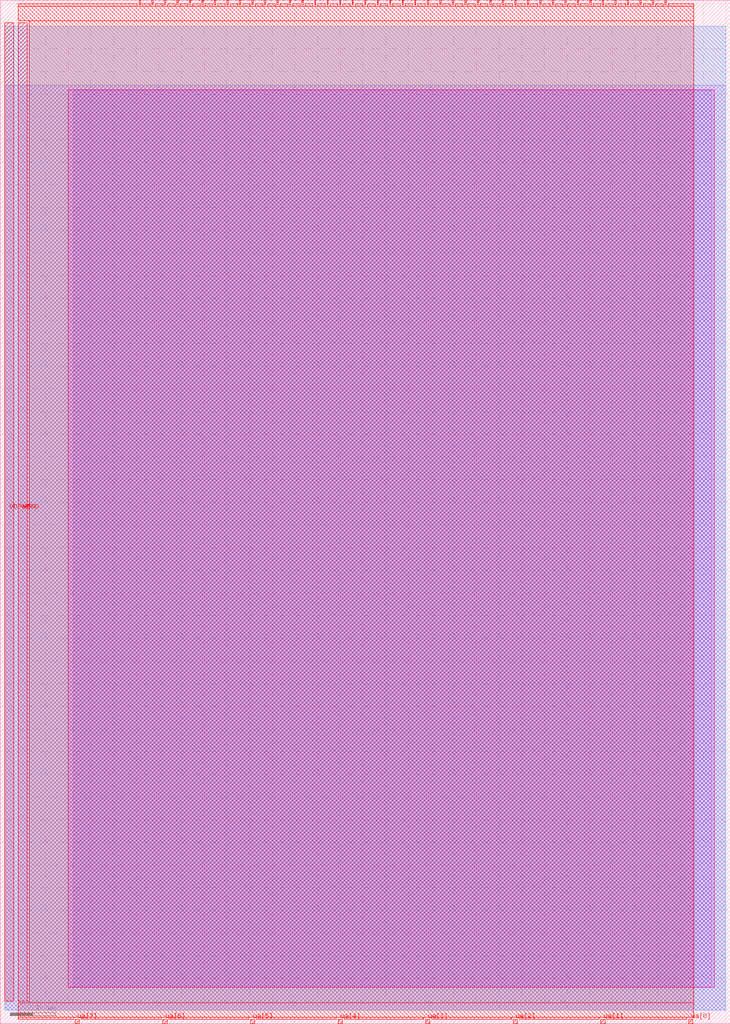
<source format=lef>
VERSION 5.7 ;
  NOWIREEXTENSIONATPIN ON ;
  DIVIDERCHAR "/" ;
  BUSBITCHARS "[]" ;
MACRO tt_um_yen
  CLASS BLOCK ;
  FOREIGN tt_um_yen ;
  ORIGIN 0.000 0.000 ;
  SIZE 161.000 BY 225.760 ;
  PIN clk
    DIRECTION INPUT ;
    USE SIGNAL ;
    PORT
      LAYER met4 ;
        RECT 143.830 224.760 144.130 225.760 ;
    END
  END clk
  PIN ena
    DIRECTION INPUT ;
    USE SIGNAL ;
    PORT
      LAYER met4 ;
        RECT 146.590 224.760 146.890 225.760 ;
    END
  END ena
  PIN rst_n
    DIRECTION INPUT ;
    USE SIGNAL ;
    PORT
      LAYER met4 ;
        RECT 141.070 224.760 141.370 225.760 ;
    END
  END rst_n
  PIN ua[0]
    DIRECTION INOUT ;
    USE SIGNAL ;
    ANTENNADIFFAREA 4.640000 ;
    PORT
      LAYER met4 ;
        RECT 151.810 0.000 152.710 1.000 ;
    END
  END ua[0]
  PIN ua[1]
    DIRECTION INOUT ;
    USE SIGNAL ;
    ANTENNAGATEAREA 12.000000 ;
    PORT
      LAYER met4 ;
        RECT 132.490 0.000 133.390 1.000 ;
    END
  END ua[1]
  PIN ua[2]
    DIRECTION INOUT ;
    USE SIGNAL ;
    PORT
      LAYER met4 ;
        RECT 113.170 0.000 114.070 1.000 ;
    END
  END ua[2]
  PIN ua[3]
    DIRECTION INOUT ;
    USE SIGNAL ;
    PORT
      LAYER met4 ;
        RECT 93.850 0.000 94.750 1.000 ;
    END
  END ua[3]
  PIN ua[4]
    DIRECTION INOUT ;
    USE SIGNAL ;
    PORT
      LAYER met4 ;
        RECT 74.530 0.000 75.430 1.000 ;
    END
  END ua[4]
  PIN ua[5]
    DIRECTION INOUT ;
    USE SIGNAL ;
    PORT
      LAYER met4 ;
        RECT 55.210 0.000 56.110 1.000 ;
    END
  END ua[5]
  PIN ua[6]
    DIRECTION INOUT ;
    USE SIGNAL ;
    PORT
      LAYER met4 ;
        RECT 35.890 0.000 36.790 1.000 ;
    END
  END ua[6]
  PIN ua[7]
    DIRECTION INOUT ;
    USE SIGNAL ;
    PORT
      LAYER met4 ;
        RECT 16.570 0.000 17.470 1.000 ;
    END
  END ua[7]
  PIN ui_in[0]
    DIRECTION INPUT ;
    USE SIGNAL ;
    PORT
      LAYER met4 ;
        RECT 138.310 224.760 138.610 225.760 ;
    END
  END ui_in[0]
  PIN ui_in[1]
    DIRECTION INPUT ;
    USE SIGNAL ;
    PORT
      LAYER met4 ;
        RECT 135.550 224.760 135.850 225.760 ;
    END
  END ui_in[1]
  PIN ui_in[2]
    DIRECTION INPUT ;
    USE SIGNAL ;
    PORT
      LAYER met4 ;
        RECT 132.790 224.760 133.090 225.760 ;
    END
  END ui_in[2]
  PIN ui_in[3]
    DIRECTION INPUT ;
    USE SIGNAL ;
    PORT
      LAYER met4 ;
        RECT 130.030 224.760 130.330 225.760 ;
    END
  END ui_in[3]
  PIN ui_in[4]
    DIRECTION INPUT ;
    USE SIGNAL ;
    PORT
      LAYER met4 ;
        RECT 127.270 224.760 127.570 225.760 ;
    END
  END ui_in[4]
  PIN ui_in[5]
    DIRECTION INPUT ;
    USE SIGNAL ;
    PORT
      LAYER met4 ;
        RECT 124.510 224.760 124.810 225.760 ;
    END
  END ui_in[5]
  PIN ui_in[6]
    DIRECTION INPUT ;
    USE SIGNAL ;
    PORT
      LAYER met4 ;
        RECT 121.750 224.760 122.050 225.760 ;
    END
  END ui_in[6]
  PIN ui_in[7]
    DIRECTION INPUT ;
    USE SIGNAL ;
    PORT
      LAYER met4 ;
        RECT 118.990 224.760 119.290 225.760 ;
    END
  END ui_in[7]
  PIN uio_in[0]
    DIRECTION INPUT ;
    USE SIGNAL ;
    PORT
      LAYER met4 ;
        RECT 116.230 224.760 116.530 225.760 ;
    END
  END uio_in[0]
  PIN uio_in[1]
    DIRECTION INPUT ;
    USE SIGNAL ;
    PORT
      LAYER met4 ;
        RECT 113.470 224.760 113.770 225.760 ;
    END
  END uio_in[1]
  PIN uio_in[2]
    DIRECTION INPUT ;
    USE SIGNAL ;
    PORT
      LAYER met4 ;
        RECT 110.710 224.760 111.010 225.760 ;
    END
  END uio_in[2]
  PIN uio_in[3]
    DIRECTION INPUT ;
    USE SIGNAL ;
    PORT
      LAYER met4 ;
        RECT 107.950 224.760 108.250 225.760 ;
    END
  END uio_in[3]
  PIN uio_in[4]
    DIRECTION INPUT ;
    USE SIGNAL ;
    PORT
      LAYER met4 ;
        RECT 105.190 224.760 105.490 225.760 ;
    END
  END uio_in[4]
  PIN uio_in[5]
    DIRECTION INPUT ;
    USE SIGNAL ;
    PORT
      LAYER met4 ;
        RECT 102.430 224.760 102.730 225.760 ;
    END
  END uio_in[5]
  PIN uio_in[6]
    DIRECTION INPUT ;
    USE SIGNAL ;
    PORT
      LAYER met4 ;
        RECT 99.670 224.760 99.970 225.760 ;
    END
  END uio_in[6]
  PIN uio_in[7]
    DIRECTION INPUT ;
    USE SIGNAL ;
    PORT
      LAYER met4 ;
        RECT 96.910 224.760 97.210 225.760 ;
    END
  END uio_in[7]
  PIN uio_oe[0]
    DIRECTION OUTPUT ;
    USE SIGNAL ;
    ANTENNADIFFAREA 502.106995 ;
    PORT
      LAYER met4 ;
        RECT 49.990 224.760 50.290 225.760 ;
    END
  END uio_oe[0]
  PIN uio_oe[1]
    DIRECTION OUTPUT ;
    USE SIGNAL ;
    ANTENNADIFFAREA 502.106995 ;
    PORT
      LAYER met4 ;
        RECT 47.230 224.760 47.530 225.760 ;
    END
  END uio_oe[1]
  PIN uio_oe[2]
    DIRECTION OUTPUT ;
    USE SIGNAL ;
    ANTENNADIFFAREA 502.106995 ;
    PORT
      LAYER met4 ;
        RECT 44.470 224.760 44.770 225.760 ;
    END
  END uio_oe[2]
  PIN uio_oe[3]
    DIRECTION OUTPUT ;
    USE SIGNAL ;
    ANTENNADIFFAREA 502.106995 ;
    PORT
      LAYER met4 ;
        RECT 41.710 224.760 42.010 225.760 ;
    END
  END uio_oe[3]
  PIN uio_oe[4]
    DIRECTION OUTPUT ;
    USE SIGNAL ;
    ANTENNADIFFAREA 502.106995 ;
    PORT
      LAYER met4 ;
        RECT 38.950 224.760 39.250 225.760 ;
    END
  END uio_oe[4]
  PIN uio_oe[5]
    DIRECTION OUTPUT ;
    USE SIGNAL ;
    ANTENNADIFFAREA 502.106995 ;
    PORT
      LAYER met4 ;
        RECT 36.190 224.760 36.490 225.760 ;
    END
  END uio_oe[5]
  PIN uio_oe[6]
    DIRECTION OUTPUT ;
    USE SIGNAL ;
    ANTENNADIFFAREA 502.106995 ;
    PORT
      LAYER met4 ;
        RECT 33.430 224.760 33.730 225.760 ;
    END
  END uio_oe[6]
  PIN uio_oe[7]
    DIRECTION OUTPUT ;
    USE SIGNAL ;
    ANTENNADIFFAREA 502.106995 ;
    PORT
      LAYER met4 ;
        RECT 30.670 224.760 30.970 225.760 ;
    END
  END uio_oe[7]
  PIN uio_out[0]
    DIRECTION OUTPUT ;
    USE SIGNAL ;
    ANTENNADIFFAREA 502.106995 ;
    PORT
      LAYER met4 ;
        RECT 72.070 224.760 72.370 225.760 ;
    END
  END uio_out[0]
  PIN uio_out[1]
    DIRECTION OUTPUT ;
    USE SIGNAL ;
    ANTENNADIFFAREA 502.106995 ;
    PORT
      LAYER met4 ;
        RECT 69.310 224.760 69.610 225.760 ;
    END
  END uio_out[1]
  PIN uio_out[2]
    DIRECTION OUTPUT ;
    USE SIGNAL ;
    ANTENNADIFFAREA 502.106995 ;
    PORT
      LAYER met4 ;
        RECT 66.550 224.760 66.850 225.760 ;
    END
  END uio_out[2]
  PIN uio_out[3]
    DIRECTION OUTPUT ;
    USE SIGNAL ;
    ANTENNADIFFAREA 502.106995 ;
    PORT
      LAYER met4 ;
        RECT 63.790 224.760 64.090 225.760 ;
    END
  END uio_out[3]
  PIN uio_out[4]
    DIRECTION OUTPUT ;
    USE SIGNAL ;
    ANTENNADIFFAREA 502.106995 ;
    PORT
      LAYER met4 ;
        RECT 61.030 224.760 61.330 225.760 ;
    END
  END uio_out[4]
  PIN uio_out[5]
    DIRECTION OUTPUT ;
    USE SIGNAL ;
    ANTENNADIFFAREA 502.106995 ;
    PORT
      LAYER met4 ;
        RECT 58.270 224.760 58.570 225.760 ;
    END
  END uio_out[5]
  PIN uio_out[6]
    DIRECTION OUTPUT ;
    USE SIGNAL ;
    ANTENNADIFFAREA 502.106995 ;
    PORT
      LAYER met4 ;
        RECT 55.510 224.760 55.810 225.760 ;
    END
  END uio_out[6]
  PIN uio_out[7]
    DIRECTION OUTPUT ;
    USE SIGNAL ;
    ANTENNADIFFAREA 502.106995 ;
    PORT
      LAYER met4 ;
        RECT 52.750 224.760 53.050 225.760 ;
    END
  END uio_out[7]
  PIN uo_out[0]
    DIRECTION OUTPUT ;
    USE SIGNAL ;
    ANTENNADIFFAREA 502.106995 ;
    PORT
      LAYER met4 ;
        RECT 94.150 224.760 94.450 225.760 ;
    END
  END uo_out[0]
  PIN uo_out[1]
    DIRECTION OUTPUT ;
    USE SIGNAL ;
    ANTENNADIFFAREA 502.106995 ;
    PORT
      LAYER met4 ;
        RECT 91.390 224.760 91.690 225.760 ;
    END
  END uo_out[1]
  PIN uo_out[2]
    DIRECTION OUTPUT ;
    USE SIGNAL ;
    ANTENNADIFFAREA 502.106995 ;
    PORT
      LAYER met4 ;
        RECT 88.630 224.760 88.930 225.760 ;
    END
  END uo_out[2]
  PIN uo_out[3]
    DIRECTION OUTPUT ;
    USE SIGNAL ;
    ANTENNADIFFAREA 502.106995 ;
    PORT
      LAYER met4 ;
        RECT 85.870 224.760 86.170 225.760 ;
    END
  END uo_out[3]
  PIN uo_out[4]
    DIRECTION OUTPUT ;
    USE SIGNAL ;
    ANTENNADIFFAREA 502.106995 ;
    PORT
      LAYER met4 ;
        RECT 83.110 224.760 83.410 225.760 ;
    END
  END uo_out[4]
  PIN uo_out[5]
    DIRECTION OUTPUT ;
    USE SIGNAL ;
    ANTENNADIFFAREA 502.106995 ;
    PORT
      LAYER met4 ;
        RECT 80.350 224.760 80.650 225.760 ;
    END
  END uo_out[5]
  PIN uo_out[6]
    DIRECTION OUTPUT ;
    USE SIGNAL ;
    ANTENNADIFFAREA 502.106995 ;
    PORT
      LAYER met4 ;
        RECT 77.590 224.760 77.890 225.760 ;
    END
  END uo_out[6]
  PIN uo_out[7]
    DIRECTION OUTPUT ;
    USE SIGNAL ;
    ANTENNADIFFAREA 502.106995 ;
    PORT
      LAYER met4 ;
        RECT 74.830 224.760 75.130 225.760 ;
    END
  END uo_out[7]
  PIN VDPWR
    DIRECTION INOUT ;
    USE POWER ;
    PORT
      LAYER met4 ;
        RECT 1.000 5.000 3.000 220.760 ;
    END
  END VDPWR
  PIN VGND
    DIRECTION INOUT ;
    USE GROUND ;
    PORT
      LAYER met4 ;
        RECT 4.000 5.000 6.000 220.760 ;
    END
  END VGND
  OBS
      LAYER nwell ;
        RECT 15.000 8.000 157.500 206.000 ;
      LAYER li1 ;
        RECT 16.100 8.000 156.930 205.800 ;
      LAYER met1 ;
        RECT 1.000 3.000 160.000 207.000 ;
      LAYER met2 ;
        RECT 1.000 3.000 160.000 220.000 ;
      LAYER met3 ;
        RECT 1.000 3.000 160.000 220.000 ;
      LAYER met4 ;
        RECT 4.000 224.360 30.270 225.000 ;
        RECT 31.370 224.360 33.030 225.000 ;
        RECT 34.130 224.360 35.790 225.000 ;
        RECT 36.890 224.360 38.550 225.000 ;
        RECT 39.650 224.360 41.310 225.000 ;
        RECT 42.410 224.360 44.070 225.000 ;
        RECT 45.170 224.360 46.830 225.000 ;
        RECT 47.930 224.360 49.590 225.000 ;
        RECT 50.690 224.360 52.350 225.000 ;
        RECT 53.450 224.360 55.110 225.000 ;
        RECT 56.210 224.360 57.870 225.000 ;
        RECT 58.970 224.360 60.630 225.000 ;
        RECT 61.730 224.360 63.390 225.000 ;
        RECT 64.490 224.360 66.150 225.000 ;
        RECT 67.250 224.360 68.910 225.000 ;
        RECT 70.010 224.360 71.670 225.000 ;
        RECT 72.770 224.360 74.430 225.000 ;
        RECT 75.530 224.360 77.190 225.000 ;
        RECT 78.290 224.360 79.950 225.000 ;
        RECT 81.050 224.360 82.710 225.000 ;
        RECT 83.810 224.360 85.470 225.000 ;
        RECT 86.570 224.360 88.230 225.000 ;
        RECT 89.330 224.360 90.990 225.000 ;
        RECT 92.090 224.360 93.750 225.000 ;
        RECT 94.850 224.360 96.510 225.000 ;
        RECT 97.610 224.360 99.270 225.000 ;
        RECT 100.370 224.360 102.030 225.000 ;
        RECT 103.130 224.360 104.790 225.000 ;
        RECT 105.890 224.360 107.550 225.000 ;
        RECT 108.650 224.360 110.310 225.000 ;
        RECT 111.410 224.360 113.070 225.000 ;
        RECT 114.170 224.360 115.830 225.000 ;
        RECT 116.930 224.360 118.590 225.000 ;
        RECT 119.690 224.360 121.350 225.000 ;
        RECT 122.450 224.360 124.110 225.000 ;
        RECT 125.210 224.360 126.870 225.000 ;
        RECT 127.970 224.360 129.630 225.000 ;
        RECT 130.730 224.360 132.390 225.000 ;
        RECT 133.490 224.360 135.150 225.000 ;
        RECT 136.250 224.360 137.910 225.000 ;
        RECT 139.010 224.360 140.670 225.000 ;
        RECT 141.770 224.360 143.430 225.000 ;
        RECT 144.530 224.360 146.190 225.000 ;
        RECT 147.290 224.360 153.000 225.000 ;
        RECT 4.000 221.160 153.000 224.360 ;
        RECT 6.400 4.600 153.000 221.160 ;
        RECT 4.000 1.400 153.000 4.600 ;
        RECT 4.000 1.000 16.170 1.400 ;
        RECT 17.870 1.000 35.490 1.400 ;
        RECT 37.190 1.000 54.810 1.400 ;
        RECT 56.510 1.000 74.130 1.400 ;
        RECT 75.830 1.000 93.450 1.400 ;
        RECT 95.150 1.000 112.770 1.400 ;
        RECT 114.470 1.000 132.090 1.400 ;
        RECT 133.790 1.000 151.410 1.400 ;
  END
END tt_um_yen
END LIBRARY


</source>
